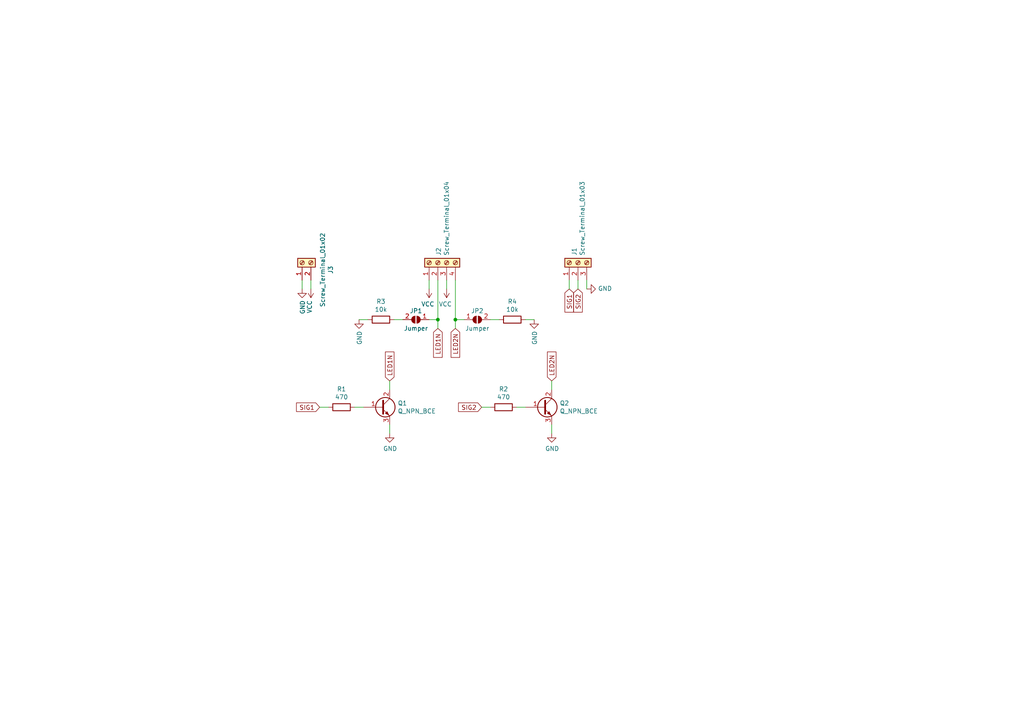
<source format=kicad_sch>
(kicad_sch (version 20211123) (generator eeschema)

  (uuid c201e1b2-fc01-4110-bdaa-a33290468c83)

  (paper "A4")

  (title_block
    (title "LED Module")
    (date "2021-08-19")
    (rev "v01")
    (comment 4 "Author: GHOSCHT")
  )

  (lib_symbols
    (symbol "Connector:Screw_Terminal_01x02" (pin_names (offset 1.016) hide) (in_bom yes) (on_board yes)
      (property "Reference" "J" (id 0) (at 0 2.54 0)
        (effects (font (size 1.27 1.27)))
      )
      (property "Value" "Screw_Terminal_01x02" (id 1) (at 0 -5.08 0)
        (effects (font (size 1.27 1.27)))
      )
      (property "Footprint" "" (id 2) (at 0 0 0)
        (effects (font (size 1.27 1.27)) hide)
      )
      (property "Datasheet" "~" (id 3) (at 0 0 0)
        (effects (font (size 1.27 1.27)) hide)
      )
      (property "ki_keywords" "screw terminal" (id 4) (at 0 0 0)
        (effects (font (size 1.27 1.27)) hide)
      )
      (property "ki_description" "Generic screw terminal, single row, 01x02, script generated (kicad-library-utils/schlib/autogen/connector/)" (id 5) (at 0 0 0)
        (effects (font (size 1.27 1.27)) hide)
      )
      (property "ki_fp_filters" "TerminalBlock*:*" (id 6) (at 0 0 0)
        (effects (font (size 1.27 1.27)) hide)
      )
      (symbol "Screw_Terminal_01x02_1_1"
        (rectangle (start -1.27 1.27) (end 1.27 -3.81)
          (stroke (width 0.254) (type default) (color 0 0 0 0))
          (fill (type background))
        )
        (circle (center 0 -2.54) (radius 0.635)
          (stroke (width 0.1524) (type default) (color 0 0 0 0))
          (fill (type none))
        )
        (polyline
          (pts
            (xy -0.5334 -2.2098)
            (xy 0.3302 -3.048)
          )
          (stroke (width 0.1524) (type default) (color 0 0 0 0))
          (fill (type none))
        )
        (polyline
          (pts
            (xy -0.5334 0.3302)
            (xy 0.3302 -0.508)
          )
          (stroke (width 0.1524) (type default) (color 0 0 0 0))
          (fill (type none))
        )
        (polyline
          (pts
            (xy -0.3556 -2.032)
            (xy 0.508 -2.8702)
          )
          (stroke (width 0.1524) (type default) (color 0 0 0 0))
          (fill (type none))
        )
        (polyline
          (pts
            (xy -0.3556 0.508)
            (xy 0.508 -0.3302)
          )
          (stroke (width 0.1524) (type default) (color 0 0 0 0))
          (fill (type none))
        )
        (circle (center 0 0) (radius 0.635)
          (stroke (width 0.1524) (type default) (color 0 0 0 0))
          (fill (type none))
        )
        (pin passive line (at -5.08 0 0) (length 3.81)
          (name "Pin_1" (effects (font (size 1.27 1.27))))
          (number "1" (effects (font (size 1.27 1.27))))
        )
        (pin passive line (at -5.08 -2.54 0) (length 3.81)
          (name "Pin_2" (effects (font (size 1.27 1.27))))
          (number "2" (effects (font (size 1.27 1.27))))
        )
      )
    )
    (symbol "Connector:Screw_Terminal_01x03" (pin_names (offset 1.016) hide) (in_bom yes) (on_board yes)
      (property "Reference" "J" (id 0) (at 0 5.08 0)
        (effects (font (size 1.27 1.27)))
      )
      (property "Value" "Screw_Terminal_01x03" (id 1) (at 0 -5.08 0)
        (effects (font (size 1.27 1.27)))
      )
      (property "Footprint" "" (id 2) (at 0 0 0)
        (effects (font (size 1.27 1.27)) hide)
      )
      (property "Datasheet" "~" (id 3) (at 0 0 0)
        (effects (font (size 1.27 1.27)) hide)
      )
      (property "ki_keywords" "screw terminal" (id 4) (at 0 0 0)
        (effects (font (size 1.27 1.27)) hide)
      )
      (property "ki_description" "Generic screw terminal, single row, 01x03, script generated (kicad-library-utils/schlib/autogen/connector/)" (id 5) (at 0 0 0)
        (effects (font (size 1.27 1.27)) hide)
      )
      (property "ki_fp_filters" "TerminalBlock*:*" (id 6) (at 0 0 0)
        (effects (font (size 1.27 1.27)) hide)
      )
      (symbol "Screw_Terminal_01x03_1_1"
        (rectangle (start -1.27 3.81) (end 1.27 -3.81)
          (stroke (width 0.254) (type default) (color 0 0 0 0))
          (fill (type background))
        )
        (circle (center 0 -2.54) (radius 0.635)
          (stroke (width 0.1524) (type default) (color 0 0 0 0))
          (fill (type none))
        )
        (polyline
          (pts
            (xy -0.5334 -2.2098)
            (xy 0.3302 -3.048)
          )
          (stroke (width 0.1524) (type default) (color 0 0 0 0))
          (fill (type none))
        )
        (polyline
          (pts
            (xy -0.5334 0.3302)
            (xy 0.3302 -0.508)
          )
          (stroke (width 0.1524) (type default) (color 0 0 0 0))
          (fill (type none))
        )
        (polyline
          (pts
            (xy -0.5334 2.8702)
            (xy 0.3302 2.032)
          )
          (stroke (width 0.1524) (type default) (color 0 0 0 0))
          (fill (type none))
        )
        (polyline
          (pts
            (xy -0.3556 -2.032)
            (xy 0.508 -2.8702)
          )
          (stroke (width 0.1524) (type default) (color 0 0 0 0))
          (fill (type none))
        )
        (polyline
          (pts
            (xy -0.3556 0.508)
            (xy 0.508 -0.3302)
          )
          (stroke (width 0.1524) (type default) (color 0 0 0 0))
          (fill (type none))
        )
        (polyline
          (pts
            (xy -0.3556 3.048)
            (xy 0.508 2.2098)
          )
          (stroke (width 0.1524) (type default) (color 0 0 0 0))
          (fill (type none))
        )
        (circle (center 0 0) (radius 0.635)
          (stroke (width 0.1524) (type default) (color 0 0 0 0))
          (fill (type none))
        )
        (circle (center 0 2.54) (radius 0.635)
          (stroke (width 0.1524) (type default) (color 0 0 0 0))
          (fill (type none))
        )
        (pin passive line (at -5.08 2.54 0) (length 3.81)
          (name "Pin_1" (effects (font (size 1.27 1.27))))
          (number "1" (effects (font (size 1.27 1.27))))
        )
        (pin passive line (at -5.08 0 0) (length 3.81)
          (name "Pin_2" (effects (font (size 1.27 1.27))))
          (number "2" (effects (font (size 1.27 1.27))))
        )
        (pin passive line (at -5.08 -2.54 0) (length 3.81)
          (name "Pin_3" (effects (font (size 1.27 1.27))))
          (number "3" (effects (font (size 1.27 1.27))))
        )
      )
    )
    (symbol "Connector:Screw_Terminal_01x04" (pin_names (offset 1.016) hide) (in_bom yes) (on_board yes)
      (property "Reference" "J" (id 0) (at 0 5.08 0)
        (effects (font (size 1.27 1.27)))
      )
      (property "Value" "Screw_Terminal_01x04" (id 1) (at 0 -7.62 0)
        (effects (font (size 1.27 1.27)))
      )
      (property "Footprint" "" (id 2) (at 0 0 0)
        (effects (font (size 1.27 1.27)) hide)
      )
      (property "Datasheet" "~" (id 3) (at 0 0 0)
        (effects (font (size 1.27 1.27)) hide)
      )
      (property "ki_keywords" "screw terminal" (id 4) (at 0 0 0)
        (effects (font (size 1.27 1.27)) hide)
      )
      (property "ki_description" "Generic screw terminal, single row, 01x04, script generated (kicad-library-utils/schlib/autogen/connector/)" (id 5) (at 0 0 0)
        (effects (font (size 1.27 1.27)) hide)
      )
      (property "ki_fp_filters" "TerminalBlock*:*" (id 6) (at 0 0 0)
        (effects (font (size 1.27 1.27)) hide)
      )
      (symbol "Screw_Terminal_01x04_1_1"
        (rectangle (start -1.27 3.81) (end 1.27 -6.35)
          (stroke (width 0.254) (type default) (color 0 0 0 0))
          (fill (type background))
        )
        (circle (center 0 -5.08) (radius 0.635)
          (stroke (width 0.1524) (type default) (color 0 0 0 0))
          (fill (type none))
        )
        (circle (center 0 -2.54) (radius 0.635)
          (stroke (width 0.1524) (type default) (color 0 0 0 0))
          (fill (type none))
        )
        (polyline
          (pts
            (xy -0.5334 -4.7498)
            (xy 0.3302 -5.588)
          )
          (stroke (width 0.1524) (type default) (color 0 0 0 0))
          (fill (type none))
        )
        (polyline
          (pts
            (xy -0.5334 -2.2098)
            (xy 0.3302 -3.048)
          )
          (stroke (width 0.1524) (type default) (color 0 0 0 0))
          (fill (type none))
        )
        (polyline
          (pts
            (xy -0.5334 0.3302)
            (xy 0.3302 -0.508)
          )
          (stroke (width 0.1524) (type default) (color 0 0 0 0))
          (fill (type none))
        )
        (polyline
          (pts
            (xy -0.5334 2.8702)
            (xy 0.3302 2.032)
          )
          (stroke (width 0.1524) (type default) (color 0 0 0 0))
          (fill (type none))
        )
        (polyline
          (pts
            (xy -0.3556 -4.572)
            (xy 0.508 -5.4102)
          )
          (stroke (width 0.1524) (type default) (color 0 0 0 0))
          (fill (type none))
        )
        (polyline
          (pts
            (xy -0.3556 -2.032)
            (xy 0.508 -2.8702)
          )
          (stroke (width 0.1524) (type default) (color 0 0 0 0))
          (fill (type none))
        )
        (polyline
          (pts
            (xy -0.3556 0.508)
            (xy 0.508 -0.3302)
          )
          (stroke (width 0.1524) (type default) (color 0 0 0 0))
          (fill (type none))
        )
        (polyline
          (pts
            (xy -0.3556 3.048)
            (xy 0.508 2.2098)
          )
          (stroke (width 0.1524) (type default) (color 0 0 0 0))
          (fill (type none))
        )
        (circle (center 0 0) (radius 0.635)
          (stroke (width 0.1524) (type default) (color 0 0 0 0))
          (fill (type none))
        )
        (circle (center 0 2.54) (radius 0.635)
          (stroke (width 0.1524) (type default) (color 0 0 0 0))
          (fill (type none))
        )
        (pin passive line (at -5.08 2.54 0) (length 3.81)
          (name "Pin_1" (effects (font (size 1.27 1.27))))
          (number "1" (effects (font (size 1.27 1.27))))
        )
        (pin passive line (at -5.08 0 0) (length 3.81)
          (name "Pin_2" (effects (font (size 1.27 1.27))))
          (number "2" (effects (font (size 1.27 1.27))))
        )
        (pin passive line (at -5.08 -2.54 0) (length 3.81)
          (name "Pin_3" (effects (font (size 1.27 1.27))))
          (number "3" (effects (font (size 1.27 1.27))))
        )
        (pin passive line (at -5.08 -5.08 0) (length 3.81)
          (name "Pin_4" (effects (font (size 1.27 1.27))))
          (number "4" (effects (font (size 1.27 1.27))))
        )
      )
    )
    (symbol "Device:Q_NPN_BCE" (pin_names (offset 0) hide) (in_bom yes) (on_board yes)
      (property "Reference" "Q" (id 0) (at 5.08 1.27 0)
        (effects (font (size 1.27 1.27)) (justify left))
      )
      (property "Value" "Q_NPN_BCE" (id 1) (at 5.08 -1.27 0)
        (effects (font (size 1.27 1.27)) (justify left))
      )
      (property "Footprint" "" (id 2) (at 5.08 2.54 0)
        (effects (font (size 1.27 1.27)) hide)
      )
      (property "Datasheet" "~" (id 3) (at 0 0 0)
        (effects (font (size 1.27 1.27)) hide)
      )
      (property "ki_keywords" "transistor NPN" (id 4) (at 0 0 0)
        (effects (font (size 1.27 1.27)) hide)
      )
      (property "ki_description" "NPN transistor, base/collector/emitter" (id 5) (at 0 0 0)
        (effects (font (size 1.27 1.27)) hide)
      )
      (symbol "Q_NPN_BCE_0_1"
        (polyline
          (pts
            (xy 0.635 0.635)
            (xy 2.54 2.54)
          )
          (stroke (width 0) (type default) (color 0 0 0 0))
          (fill (type none))
        )
        (polyline
          (pts
            (xy 0.635 -0.635)
            (xy 2.54 -2.54)
            (xy 2.54 -2.54)
          )
          (stroke (width 0) (type default) (color 0 0 0 0))
          (fill (type none))
        )
        (polyline
          (pts
            (xy 0.635 1.905)
            (xy 0.635 -1.905)
            (xy 0.635 -1.905)
          )
          (stroke (width 0.508) (type default) (color 0 0 0 0))
          (fill (type none))
        )
        (polyline
          (pts
            (xy 1.27 -1.778)
            (xy 1.778 -1.27)
            (xy 2.286 -2.286)
            (xy 1.27 -1.778)
            (xy 1.27 -1.778)
          )
          (stroke (width 0) (type default) (color 0 0 0 0))
          (fill (type outline))
        )
        (circle (center 1.27 0) (radius 2.8194)
          (stroke (width 0.254) (type default) (color 0 0 0 0))
          (fill (type none))
        )
      )
      (symbol "Q_NPN_BCE_1_1"
        (pin input line (at -5.08 0 0) (length 5.715)
          (name "B" (effects (font (size 1.27 1.27))))
          (number "1" (effects (font (size 1.27 1.27))))
        )
        (pin passive line (at 2.54 5.08 270) (length 2.54)
          (name "C" (effects (font (size 1.27 1.27))))
          (number "2" (effects (font (size 1.27 1.27))))
        )
        (pin passive line (at 2.54 -5.08 90) (length 2.54)
          (name "E" (effects (font (size 1.27 1.27))))
          (number "3" (effects (font (size 1.27 1.27))))
        )
      )
    )
    (symbol "Device:R" (pin_numbers hide) (pin_names (offset 0)) (in_bom yes) (on_board yes)
      (property "Reference" "R" (id 0) (at 2.032 0 90)
        (effects (font (size 1.27 1.27)))
      )
      (property "Value" "R" (id 1) (at 0 0 90)
        (effects (font (size 1.27 1.27)))
      )
      (property "Footprint" "" (id 2) (at -1.778 0 90)
        (effects (font (size 1.27 1.27)) hide)
      )
      (property "Datasheet" "~" (id 3) (at 0 0 0)
        (effects (font (size 1.27 1.27)) hide)
      )
      (property "ki_keywords" "R res resistor" (id 4) (at 0 0 0)
        (effects (font (size 1.27 1.27)) hide)
      )
      (property "ki_description" "Resistor" (id 5) (at 0 0 0)
        (effects (font (size 1.27 1.27)) hide)
      )
      (property "ki_fp_filters" "R_*" (id 6) (at 0 0 0)
        (effects (font (size 1.27 1.27)) hide)
      )
      (symbol "R_0_1"
        (rectangle (start -1.016 -2.54) (end 1.016 2.54)
          (stroke (width 0.254) (type default) (color 0 0 0 0))
          (fill (type none))
        )
      )
      (symbol "R_1_1"
        (pin passive line (at 0 3.81 270) (length 1.27)
          (name "~" (effects (font (size 1.27 1.27))))
          (number "1" (effects (font (size 1.27 1.27))))
        )
        (pin passive line (at 0 -3.81 90) (length 1.27)
          (name "~" (effects (font (size 1.27 1.27))))
          (number "2" (effects (font (size 1.27 1.27))))
        )
      )
    )
    (symbol "Jumper:SolderJumper_2_Open" (pin_names (offset 0) hide) (in_bom yes) (on_board yes)
      (property "Reference" "JP" (id 0) (at 0 2.032 0)
        (effects (font (size 1.27 1.27)))
      )
      (property "Value" "SolderJumper_2_Open" (id 1) (at 0 -2.54 0)
        (effects (font (size 1.27 1.27)))
      )
      (property "Footprint" "" (id 2) (at 0 0 0)
        (effects (font (size 1.27 1.27)) hide)
      )
      (property "Datasheet" "~" (id 3) (at 0 0 0)
        (effects (font (size 1.27 1.27)) hide)
      )
      (property "ki_keywords" "solder jumper SPST" (id 4) (at 0 0 0)
        (effects (font (size 1.27 1.27)) hide)
      )
      (property "ki_description" "Solder Jumper, 2-pole, open" (id 5) (at 0 0 0)
        (effects (font (size 1.27 1.27)) hide)
      )
      (property "ki_fp_filters" "SolderJumper*Open*" (id 6) (at 0 0 0)
        (effects (font (size 1.27 1.27)) hide)
      )
      (symbol "SolderJumper_2_Open_0_1"
        (arc (start -0.254 1.016) (mid -1.27 0) (end -0.254 -1.016)
          (stroke (width 0) (type default) (color 0 0 0 0))
          (fill (type none))
        )
        (arc (start -0.254 1.016) (mid -1.27 0) (end -0.254 -1.016)
          (stroke (width 0) (type default) (color 0 0 0 0))
          (fill (type outline))
        )
        (polyline
          (pts
            (xy -0.254 1.016)
            (xy -0.254 -1.016)
          )
          (stroke (width 0) (type default) (color 0 0 0 0))
          (fill (type none))
        )
        (polyline
          (pts
            (xy 0.254 1.016)
            (xy 0.254 -1.016)
          )
          (stroke (width 0) (type default) (color 0 0 0 0))
          (fill (type none))
        )
        (arc (start 0.254 -1.016) (mid 1.27 0) (end 0.254 1.016)
          (stroke (width 0) (type default) (color 0 0 0 0))
          (fill (type none))
        )
        (arc (start 0.254 -1.016) (mid 1.27 0) (end 0.254 1.016)
          (stroke (width 0) (type default) (color 0 0 0 0))
          (fill (type outline))
        )
      )
      (symbol "SolderJumper_2_Open_1_1"
        (pin passive line (at -3.81 0 0) (length 2.54)
          (name "A" (effects (font (size 1.27 1.27))))
          (number "1" (effects (font (size 1.27 1.27))))
        )
        (pin passive line (at 3.81 0 180) (length 2.54)
          (name "B" (effects (font (size 1.27 1.27))))
          (number "2" (effects (font (size 1.27 1.27))))
        )
      )
    )
    (symbol "power:GND" (power) (pin_names (offset 0)) (in_bom yes) (on_board yes)
      (property "Reference" "#PWR" (id 0) (at 0 -6.35 0)
        (effects (font (size 1.27 1.27)) hide)
      )
      (property "Value" "GND" (id 1) (at 0 -3.81 0)
        (effects (font (size 1.27 1.27)))
      )
      (property "Footprint" "" (id 2) (at 0 0 0)
        (effects (font (size 1.27 1.27)) hide)
      )
      (property "Datasheet" "" (id 3) (at 0 0 0)
        (effects (font (size 1.27 1.27)) hide)
      )
      (property "ki_keywords" "power-flag" (id 4) (at 0 0 0)
        (effects (font (size 1.27 1.27)) hide)
      )
      (property "ki_description" "Power symbol creates a global label with name \"GND\" , ground" (id 5) (at 0 0 0)
        (effects (font (size 1.27 1.27)) hide)
      )
      (symbol "GND_0_1"
        (polyline
          (pts
            (xy 0 0)
            (xy 0 -1.27)
            (xy 1.27 -1.27)
            (xy 0 -2.54)
            (xy -1.27 -1.27)
            (xy 0 -1.27)
          )
          (stroke (width 0) (type default) (color 0 0 0 0))
          (fill (type none))
        )
      )
      (symbol "GND_1_1"
        (pin power_in line (at 0 0 270) (length 0) hide
          (name "GND" (effects (font (size 1.27 1.27))))
          (number "1" (effects (font (size 1.27 1.27))))
        )
      )
    )
    (symbol "power:VCC" (power) (pin_names (offset 0)) (in_bom yes) (on_board yes)
      (property "Reference" "#PWR" (id 0) (at 0 -3.81 0)
        (effects (font (size 1.27 1.27)) hide)
      )
      (property "Value" "VCC" (id 1) (at 0 3.81 0)
        (effects (font (size 1.27 1.27)))
      )
      (property "Footprint" "" (id 2) (at 0 0 0)
        (effects (font (size 1.27 1.27)) hide)
      )
      (property "Datasheet" "" (id 3) (at 0 0 0)
        (effects (font (size 1.27 1.27)) hide)
      )
      (property "ki_keywords" "power-flag" (id 4) (at 0 0 0)
        (effects (font (size 1.27 1.27)) hide)
      )
      (property "ki_description" "Power symbol creates a global label with name \"VCC\"" (id 5) (at 0 0 0)
        (effects (font (size 1.27 1.27)) hide)
      )
      (symbol "VCC_0_1"
        (polyline
          (pts
            (xy -0.762 1.27)
            (xy 0 2.54)
          )
          (stroke (width 0) (type default) (color 0 0 0 0))
          (fill (type none))
        )
        (polyline
          (pts
            (xy 0 0)
            (xy 0 2.54)
          )
          (stroke (width 0) (type default) (color 0 0 0 0))
          (fill (type none))
        )
        (polyline
          (pts
            (xy 0 2.54)
            (xy 0.762 1.27)
          )
          (stroke (width 0) (type default) (color 0 0 0 0))
          (fill (type none))
        )
      )
      (symbol "VCC_1_1"
        (pin power_in line (at 0 0 90) (length 0) hide
          (name "VCC" (effects (font (size 1.27 1.27))))
          (number "1" (effects (font (size 1.27 1.27))))
        )
      )
    )
  )

  (junction (at 132.08 92.71) (diameter 0) (color 0 0 0 0)
    (uuid 03c52831-5dc5-43c5-a442-8d23643b46fb)
  )
  (junction (at 127 92.71) (diameter 0) (color 0 0 0 0)
    (uuid 0b21a65d-d20b-411e-920a-75c343ac5136)
  )

  (wire (pts (xy 102.87 118.11) (xy 105.41 118.11))
    (stroke (width 0) (type default) (color 0 0 0 0))
    (uuid 0d0bb7b2-a6e5-46d2-9492-a1aa6e5a7b2f)
  )
  (wire (pts (xy 127 92.71) (xy 127 95.25))
    (stroke (width 0) (type default) (color 0 0 0 0))
    (uuid 3cd1bda0-18db-417d-b581-a0c50623df68)
  )
  (wire (pts (xy 129.54 81.28) (xy 129.54 83.82))
    (stroke (width 0) (type default) (color 0 0 0 0))
    (uuid 3f5fe6b7-98fc-4d3e-9567-f9f7202d1455)
  )
  (wire (pts (xy 113.03 123.19) (xy 113.03 125.73))
    (stroke (width 0) (type default) (color 0 0 0 0))
    (uuid 54365317-1355-4216-bb75-829375abc4ec)
  )
  (wire (pts (xy 127 81.28) (xy 127 92.71))
    (stroke (width 0) (type default) (color 0 0 0 0))
    (uuid 5cbb5968-dbb5-4b84-864a-ead1cacf75b9)
  )
  (wire (pts (xy 160.02 110.49) (xy 160.02 113.03))
    (stroke (width 0) (type default) (color 0 0 0 0))
    (uuid 5fc27c35-3e1c-4f96-817c-93b5570858a6)
  )
  (wire (pts (xy 90.17 81.28) (xy 90.17 83.82))
    (stroke (width 0) (type default) (color 0 0 0 0))
    (uuid 6a45789b-3855-401f-8139-3c734f7f52f9)
  )
  (wire (pts (xy 87.63 81.28) (xy 87.63 83.82))
    (stroke (width 0) (type default) (color 0 0 0 0))
    (uuid 6c9b793c-e74d-4754-a2c0-901e73b26f1c)
  )
  (wire (pts (xy 167.64 81.28) (xy 167.64 83.82))
    (stroke (width 0) (type default) (color 0 0 0 0))
    (uuid 6e105729-aba0-497c-a99e-c32d2b3ddb6d)
  )
  (wire (pts (xy 165.1 81.28) (xy 165.1 83.82))
    (stroke (width 0) (type default) (color 0 0 0 0))
    (uuid 78cbdd6c-4878-4cc5-9a58-0e506478e37d)
  )
  (wire (pts (xy 142.24 92.71) (xy 144.78 92.71))
    (stroke (width 0) (type default) (color 0 0 0 0))
    (uuid 7aed3a71-054b-4aaa-9c0a-030523c32827)
  )
  (wire (pts (xy 114.3 92.71) (xy 116.84 92.71))
    (stroke (width 0) (type default) (color 0 0 0 0))
    (uuid 9157f4ae-0244-4ff1-9f73-3cb4cbb5f280)
  )
  (wire (pts (xy 170.18 81.28) (xy 170.18 83.82))
    (stroke (width 0) (type default) (color 0 0 0 0))
    (uuid 983c426c-24e0-4c65-ab69-1f1824adc5c6)
  )
  (wire (pts (xy 132.08 92.71) (xy 132.08 95.25))
    (stroke (width 0) (type default) (color 0 0 0 0))
    (uuid a1823eb2-fb0d-4ed8-8b96-04184ac3a9d5)
  )
  (wire (pts (xy 160.02 123.19) (xy 160.02 125.73))
    (stroke (width 0) (type default) (color 0 0 0 0))
    (uuid a3e4f0ae-9f86-49e9-b386-ed8b42e012fb)
  )
  (wire (pts (xy 92.71 118.11) (xy 95.25 118.11))
    (stroke (width 0) (type default) (color 0 0 0 0))
    (uuid a690fc6c-55d9-47e6-b533-faa4b67e20f3)
  )
  (wire (pts (xy 124.46 81.28) (xy 124.46 83.82))
    (stroke (width 0) (type default) (color 0 0 0 0))
    (uuid afb8e687-4a13-41a1-b8c0-89a749e897fe)
  )
  (wire (pts (xy 149.86 118.11) (xy 152.4 118.11))
    (stroke (width 0) (type default) (color 0 0 0 0))
    (uuid b1169a2d-8998-4b50-a48d-c520bcc1b8e1)
  )
  (wire (pts (xy 132.08 81.28) (xy 132.08 92.71))
    (stroke (width 0) (type default) (color 0 0 0 0))
    (uuid bb7f0588-d4d8-44bf-9ebf-3c533fe4d6ae)
  )
  (wire (pts (xy 104.14 92.71) (xy 106.68 92.71))
    (stroke (width 0) (type default) (color 0 0 0 0))
    (uuid bfc0aadc-38cf-466e-a642-68fdc3138c78)
  )
  (wire (pts (xy 113.03 110.49) (xy 113.03 113.03))
    (stroke (width 0) (type default) (color 0 0 0 0))
    (uuid c144caa5-b0d4-4cef-840a-d4ad178a2102)
  )
  (wire (pts (xy 152.4 92.71) (xy 154.94 92.71))
    (stroke (width 0) (type default) (color 0 0 0 0))
    (uuid d4a1d3c4-b315-4bec-9220-d12a9eab51e0)
  )
  (wire (pts (xy 132.08 92.71) (xy 134.62 92.71))
    (stroke (width 0) (type default) (color 0 0 0 0))
    (uuid d57dcfee-5058-4fc2-a68b-05f9a48f685b)
  )
  (wire (pts (xy 139.7 118.11) (xy 142.24 118.11))
    (stroke (width 0) (type default) (color 0 0 0 0))
    (uuid efeac2a2-7682-4dc7-83ee-f6f1b23da506)
  )
  (wire (pts (xy 124.46 92.71) (xy 127 92.71))
    (stroke (width 0) (type default) (color 0 0 0 0))
    (uuid fe8d9267-7834-48d6-a191-c8724b2ee78d)
  )

  (global_label "SIG2" (shape input) (at 167.64 83.82 270) (fields_autoplaced)
    (effects (font (size 1.27 1.27)) (justify right))
    (uuid 13abf99d-5265-4779-8973-e94370fd18ff)
    (property "Intersheet References" "${INTERSHEET_REFS}" (id 0) (at 0 0 0)
      (effects (font (size 1.27 1.27)) hide)
    )
  )
  (global_label "SIG1" (shape input) (at 165.1 83.82 270) (fields_autoplaced)
    (effects (font (size 1.27 1.27)) (justify right))
    (uuid 32667662-ae86-4904-b198-3e95f11851bf)
    (property "Intersheet References" "${INTERSHEET_REFS}" (id 0) (at 0 0 0)
      (effects (font (size 1.27 1.27)) hide)
    )
  )
  (global_label "LED2N" (shape input) (at 132.08 95.25 270) (fields_autoplaced)
    (effects (font (size 1.27 1.27)) (justify right))
    (uuid 62c076a3-d618-44a2-9042-9a08b3576787)
    (property "Intersheet References" "${INTERSHEET_REFS}" (id 0) (at 0 0 0)
      (effects (font (size 1.27 1.27)) hide)
    )
  )
  (global_label "LED1N" (shape input) (at 127 95.25 270) (fields_autoplaced)
    (effects (font (size 1.27 1.27)) (justify right))
    (uuid c1d83899-e380-49f9-a87d-8e78bc089ebf)
    (property "Intersheet References" "${INTERSHEET_REFS}" (id 0) (at 0 0 0)
      (effects (font (size 1.27 1.27)) hide)
    )
  )
  (global_label "SIG2" (shape input) (at 139.7 118.11 180) (fields_autoplaced)
    (effects (font (size 1.27 1.27)) (justify right))
    (uuid e8314017-7be6-4011-9179-37449a29b311)
    (property "Intersheet References" "${INTERSHEET_REFS}" (id 0) (at 0 0 0)
      (effects (font (size 1.27 1.27)) hide)
    )
  )
  (global_label "LED2N" (shape input) (at 160.02 110.49 90) (fields_autoplaced)
    (effects (font (size 1.27 1.27)) (justify left))
    (uuid eb667eea-300e-4ca7-8a6f-4b00de80cd45)
    (property "Intersheet References" "${INTERSHEET_REFS}" (id 0) (at 0 0 0)
      (effects (font (size 1.27 1.27)) hide)
    )
  )
  (global_label "LED1N" (shape input) (at 113.03 110.49 90) (fields_autoplaced)
    (effects (font (size 1.27 1.27)) (justify left))
    (uuid ef8fe2ac-6a7f-4682-9418-b801a1b10a3b)
    (property "Intersheet References" "${INTERSHEET_REFS}" (id 0) (at 0 0 0)
      (effects (font (size 1.27 1.27)) hide)
    )
  )
  (global_label "SIG1" (shape input) (at 92.71 118.11 180) (fields_autoplaced)
    (effects (font (size 1.27 1.27)) (justify right))
    (uuid f1830a1b-f0cc-47ae-a2c9-679c82032f14)
    (property "Intersheet References" "${INTERSHEET_REFS}" (id 0) (at 0 0 0)
      (effects (font (size 1.27 1.27)) hide)
    )
  )

  (symbol (lib_id "Connector:Screw_Terminal_01x03") (at 167.64 76.2 90) (unit 1)
    (in_bom yes) (on_board yes)
    (uuid 00000000-0000-0000-0000-0000611c0292)
    (property "Reference" "J1" (id 0) (at 166.5732 74.168 0)
      (effects (font (size 1.27 1.27)) (justify left))
    )
    (property "Value" "Screw_Terminal_01x03" (id 1) (at 168.8846 74.168 0)
      (effects (font (size 1.27 1.27)) (justify left))
    )
    (property "Footprint" "CUI_TB006-508-03BE:CUI_TB006-508-03BE" (id 2) (at 167.64 76.2 0)
      (effects (font (size 1.27 1.27)) hide)
    )
    (property "Datasheet" "~" (id 3) (at 167.64 76.2 0)
      (effects (font (size 1.27 1.27)) hide)
    )
    (pin "1" (uuid 6052050c-da34-43cc-9aac-59e8d7d4f686))
    (pin "2" (uuid 550980db-668a-4cd5-b944-6f8f90a64b92))
    (pin "3" (uuid 8cb3cc65-5125-4b26-8805-a87acd967839))
  )

  (symbol (lib_id "Connector:Screw_Terminal_01x04") (at 127 76.2 90) (unit 1)
    (in_bom yes) (on_board yes)
    (uuid 00000000-0000-0000-0000-0000611c148e)
    (property "Reference" "J2" (id 0) (at 127.2032 74.168 0)
      (effects (font (size 1.27 1.27)) (justify left))
    )
    (property "Value" "Screw_Terminal_01x04" (id 1) (at 129.5146 74.168 0)
      (effects (font (size 1.27 1.27)) (justify left))
    )
    (property "Footprint" "CUI_TB006-508-04BE:CUI_TB006-508-04BE" (id 2) (at 127 76.2 0)
      (effects (font (size 1.27 1.27)) hide)
    )
    (property "Datasheet" "~" (id 3) (at 127 76.2 0)
      (effects (font (size 1.27 1.27)) hide)
    )
    (pin "1" (uuid 9b25830f-8680-4123-97e4-d449d7dad230))
    (pin "2" (uuid 29035121-0aea-43d4-84c3-407eaf637115))
    (pin "3" (uuid dccb8703-1144-4687-8abe-20541329f504))
    (pin "4" (uuid 764a61a8-ef84-4cd1-ace7-508108532a81))
  )

  (symbol (lib_id "Device:Q_NPN_BCE") (at 110.49 118.11 0) (unit 1)
    (in_bom yes) (on_board yes)
    (uuid 00000000-0000-0000-0000-0000611c28df)
    (property "Reference" "Q1" (id 0) (at 115.3414 116.9416 0)
      (effects (font (size 1.27 1.27)) (justify left))
    )
    (property "Value" "Q_NPN_BCE" (id 1) (at 115.3414 119.253 0)
      (effects (font (size 1.27 1.27)) (justify left))
    )
    (property "Footprint" "Package_TO_SOT_SMD:SOT-23_Handsoldering" (id 2) (at 115.57 115.57 0)
      (effects (font (size 1.27 1.27)) hide)
    )
    (property "Datasheet" "~" (id 3) (at 110.49 118.11 0)
      (effects (font (size 1.27 1.27)) hide)
    )
    (pin "1" (uuid 49312d93-17d6-41a2-946a-c2ee8444b2f9))
    (pin "2" (uuid 90beeaca-541b-4834-a13b-1d183faac8dd))
    (pin "3" (uuid 329925c4-f7c8-4ccc-a305-38a9587a7d3d))
  )

  (symbol (lib_id "Device:Q_NPN_BCE") (at 157.48 118.11 0) (unit 1)
    (in_bom yes) (on_board yes)
    (uuid 00000000-0000-0000-0000-0000611c3b1e)
    (property "Reference" "Q2" (id 0) (at 162.3314 116.9416 0)
      (effects (font (size 1.27 1.27)) (justify left))
    )
    (property "Value" "Q_NPN_BCE" (id 1) (at 162.3314 119.253 0)
      (effects (font (size 1.27 1.27)) (justify left))
    )
    (property "Footprint" "Package_TO_SOT_SMD:SOT-23_Handsoldering" (id 2) (at 162.56 115.57 0)
      (effects (font (size 1.27 1.27)) hide)
    )
    (property "Datasheet" "~" (id 3) (at 157.48 118.11 0)
      (effects (font (size 1.27 1.27)) hide)
    )
    (pin "1" (uuid 81864310-de0f-474f-a386-3d66257a5b96))
    (pin "2" (uuid 1b393ee4-7508-4a1a-9161-edde4ff8fac8))
    (pin "3" (uuid ca9d9e66-1006-4997-931c-0d5b3447030e))
  )

  (symbol (lib_id "Connector:Screw_Terminal_01x02") (at 87.63 76.2 90) (unit 1)
    (in_bom yes) (on_board yes)
    (uuid 00000000-0000-0000-0000-0000611de627)
    (property "Reference" "J3" (id 0) (at 95.885 78.2828 0))
    (property "Value" "Screw_Terminal_01x02" (id 1) (at 93.5736 78.2828 0))
    (property "Footprint" "CUI_TB006-508-02BE:CUI_TB006-508-02BE" (id 2) (at 87.63 76.2 0)
      (effects (font (size 1.27 1.27)) hide)
    )
    (property "Datasheet" "~" (id 3) (at 87.63 76.2 0)
      (effects (font (size 1.27 1.27)) hide)
    )
    (pin "1" (uuid 81eda675-3429-4f2a-91bf-06dac2ffb0f0))
    (pin "2" (uuid 46617ce2-1265-4f59-a0fc-6e8dc47f28ac))
  )

  (symbol (lib_id "Device:R") (at 99.06 118.11 270) (unit 1)
    (in_bom yes) (on_board yes)
    (uuid 00000000-0000-0000-0000-0000611dff5b)
    (property "Reference" "R1" (id 0) (at 99.06 112.8522 90))
    (property "Value" "470" (id 1) (at 99.06 115.1636 90))
    (property "Footprint" "Resistor_SMD:R_0805_2012Metric_Pad1.20x1.40mm_HandSolder" (id 2) (at 99.06 116.332 90)
      (effects (font (size 1.27 1.27)) hide)
    )
    (property "Datasheet" "~" (id 3) (at 99.06 118.11 0)
      (effects (font (size 1.27 1.27)) hide)
    )
    (pin "1" (uuid cc895a5c-efa8-4628-844b-c7781e0d4a45))
    (pin "2" (uuid 3f1717da-c2b7-4d38-b9a5-8abd43087c9e))
  )

  (symbol (lib_id "Device:R") (at 146.05 118.11 270) (unit 1)
    (in_bom yes) (on_board yes)
    (uuid 00000000-0000-0000-0000-0000611e2082)
    (property "Reference" "R2" (id 0) (at 146.05 112.8522 90))
    (property "Value" "470" (id 1) (at 146.05 115.1636 90))
    (property "Footprint" "Resistor_SMD:R_0805_2012Metric_Pad1.20x1.40mm_HandSolder" (id 2) (at 146.05 116.332 90)
      (effects (font (size 1.27 1.27)) hide)
    )
    (property "Datasheet" "~" (id 3) (at 146.05 118.11 0)
      (effects (font (size 1.27 1.27)) hide)
    )
    (pin "1" (uuid 5a001a69-ef3d-4cc2-a216-0a8311aaf101))
    (pin "2" (uuid d3f5ae81-c099-4459-a6df-ea10a73c3923))
  )

  (symbol (lib_id "power:GND") (at 87.63 83.82 0) (unit 1)
    (in_bom yes) (on_board yes)
    (uuid 00000000-0000-0000-0000-0000611e3ce7)
    (property "Reference" "#PWR0101" (id 0) (at 87.63 90.17 0)
      (effects (font (size 1.27 1.27)) hide)
    )
    (property "Value" "GND" (id 1) (at 87.757 87.0712 90)
      (effects (font (size 1.27 1.27)) (justify right))
    )
    (property "Footprint" "" (id 2) (at 87.63 83.82 0)
      (effects (font (size 1.27 1.27)) hide)
    )
    (property "Datasheet" "" (id 3) (at 87.63 83.82 0)
      (effects (font (size 1.27 1.27)) hide)
    )
    (pin "1" (uuid 859f0b7a-b9ab-4557-9112-81e9320ce530))
  )

  (symbol (lib_id "power:VCC") (at 90.17 83.82 180) (unit 1)
    (in_bom yes) (on_board yes)
    (uuid 00000000-0000-0000-0000-0000611e53d3)
    (property "Reference" "#PWR0102" (id 0) (at 90.17 80.01 0)
      (effects (font (size 1.27 1.27)) hide)
    )
    (property "Value" "VCC" (id 1) (at 89.789 87.0712 90)
      (effects (font (size 1.27 1.27)) (justify left))
    )
    (property "Footprint" "" (id 2) (at 90.17 83.82 0)
      (effects (font (size 1.27 1.27)) hide)
    )
    (property "Datasheet" "" (id 3) (at 90.17 83.82 0)
      (effects (font (size 1.27 1.27)) hide)
    )
    (pin "1" (uuid 6d0650ff-eadf-47ba-a9de-6e2aef54e288))
  )

  (symbol (lib_id "power:GND") (at 170.18 83.82 90) (unit 1)
    (in_bom yes) (on_board yes)
    (uuid 00000000-0000-0000-0000-0000611e9c47)
    (property "Reference" "#PWR0103" (id 0) (at 176.53 83.82 0)
      (effects (font (size 1.27 1.27)) hide)
    )
    (property "Value" "GND" (id 1) (at 173.4312 83.693 90)
      (effects (font (size 1.27 1.27)) (justify right))
    )
    (property "Footprint" "" (id 2) (at 170.18 83.82 0)
      (effects (font (size 1.27 1.27)) hide)
    )
    (property "Datasheet" "" (id 3) (at 170.18 83.82 0)
      (effects (font (size 1.27 1.27)) hide)
    )
    (pin "1" (uuid 998b8d29-79e5-4f25-ad0d-34f31dd14f77))
  )

  (symbol (lib_id "power:VCC") (at 124.46 83.82 180) (unit 1)
    (in_bom yes) (on_board yes)
    (uuid 00000000-0000-0000-0000-0000611eba5e)
    (property "Reference" "#PWR0104" (id 0) (at 124.46 80.01 0)
      (effects (font (size 1.27 1.27)) hide)
    )
    (property "Value" "VCC" (id 1) (at 124.079 88.2142 0))
    (property "Footprint" "" (id 2) (at 124.46 83.82 0)
      (effects (font (size 1.27 1.27)) hide)
    )
    (property "Datasheet" "" (id 3) (at 124.46 83.82 0)
      (effects (font (size 1.27 1.27)) hide)
    )
    (pin "1" (uuid 3ddeaedb-1db1-4be3-949b-b75a174d871c))
  )

  (symbol (lib_id "power:VCC") (at 129.54 83.82 180) (unit 1)
    (in_bom yes) (on_board yes)
    (uuid 00000000-0000-0000-0000-0000611ec580)
    (property "Reference" "#PWR0105" (id 0) (at 129.54 80.01 0)
      (effects (font (size 1.27 1.27)) hide)
    )
    (property "Value" "VCC" (id 1) (at 129.159 88.2142 0))
    (property "Footprint" "" (id 2) (at 129.54 83.82 0)
      (effects (font (size 1.27 1.27)) hide)
    )
    (property "Datasheet" "" (id 3) (at 129.54 83.82 0)
      (effects (font (size 1.27 1.27)) hide)
    )
    (pin "1" (uuid d6f23471-6e15-45d1-80eb-2ace0b1a8ab5))
  )

  (symbol (lib_id "power:GND") (at 113.03 125.73 0) (unit 1)
    (in_bom yes) (on_board yes)
    (uuid 00000000-0000-0000-0000-0000611ece69)
    (property "Reference" "#PWR0106" (id 0) (at 113.03 132.08 0)
      (effects (font (size 1.27 1.27)) hide)
    )
    (property "Value" "GND" (id 1) (at 113.157 130.1242 0))
    (property "Footprint" "" (id 2) (at 113.03 125.73 0)
      (effects (font (size 1.27 1.27)) hide)
    )
    (property "Datasheet" "" (id 3) (at 113.03 125.73 0)
      (effects (font (size 1.27 1.27)) hide)
    )
    (pin "1" (uuid 48e05e7f-ba29-4099-8a52-08d8822370c0))
  )

  (symbol (lib_id "power:GND") (at 160.02 125.73 0) (unit 1)
    (in_bom yes) (on_board yes)
    (uuid 00000000-0000-0000-0000-0000611ee345)
    (property "Reference" "#PWR0107" (id 0) (at 160.02 132.08 0)
      (effects (font (size 1.27 1.27)) hide)
    )
    (property "Value" "GND" (id 1) (at 160.147 130.1242 0))
    (property "Footprint" "" (id 2) (at 160.02 125.73 0)
      (effects (font (size 1.27 1.27)) hide)
    )
    (property "Datasheet" "" (id 3) (at 160.02 125.73 0)
      (effects (font (size 1.27 1.27)) hide)
    )
    (pin "1" (uuid d19e40b8-933b-4bcd-9c80-ca23b58678e9))
  )

  (symbol (lib_id "Jumper:SolderJumper_2_Open") (at 120.65 92.71 180) (unit 1)
    (in_bom yes) (on_board yes)
    (uuid 00000000-0000-0000-0000-0000611ef295)
    (property "Reference" "JP1" (id 0) (at 120.65 90.17 0))
    (property "Value" "Jumper" (id 1) (at 120.65 95.25 0))
    (property "Footprint" "Jumper:SolderJumper-2_P1.3mm_Open_Pad1.0x1.5mm" (id 2) (at 120.65 92.71 0)
      (effects (font (size 1.27 1.27)) hide)
    )
    (property "Datasheet" "~" (id 3) (at 120.65 92.71 0)
      (effects (font (size 1.27 1.27)) hide)
    )
    (pin "1" (uuid 40e9faac-aaba-4e69-b99e-118ea36f7cd3))
    (pin "2" (uuid 5164da5b-12a4-4921-bbbb-41035f7540e3))
  )

  (symbol (lib_id "Jumper:SolderJumper_2_Open") (at 138.43 92.71 0) (unit 1)
    (in_bom yes) (on_board yes)
    (uuid 00000000-0000-0000-0000-0000611f131a)
    (property "Reference" "JP2" (id 0) (at 138.43 90.17 0))
    (property "Value" "Jumper" (id 1) (at 138.43 95.25 0))
    (property "Footprint" "Jumper:SolderJumper-2_P1.3mm_Open_Pad1.0x1.5mm" (id 2) (at 138.43 92.71 0)
      (effects (font (size 1.27 1.27)) hide)
    )
    (property "Datasheet" "~" (id 3) (at 138.43 92.71 0)
      (effects (font (size 1.27 1.27)) hide)
    )
    (pin "1" (uuid 4a7e8acf-a91c-4664-83e6-13fe5d9817eb))
    (pin "2" (uuid ea2ed992-8d05-470c-ba7f-a77f9545ad62))
  )

  (symbol (lib_id "Device:R") (at 110.49 92.71 270) (unit 1)
    (in_bom yes) (on_board yes)
    (uuid 00000000-0000-0000-0000-0000611f381a)
    (property "Reference" "R3" (id 0) (at 110.49 87.4522 90))
    (property "Value" "10k" (id 1) (at 110.49 89.7636 90))
    (property "Footprint" "Resistor_SMD:R_0805_2012Metric_Pad1.20x1.40mm_HandSolder" (id 2) (at 110.49 90.932 90)
      (effects (font (size 1.27 1.27)) hide)
    )
    (property "Datasheet" "~" (id 3) (at 110.49 92.71 0)
      (effects (font (size 1.27 1.27)) hide)
    )
    (pin "1" (uuid 0f08a8c6-11cf-4383-9f9b-5cef99d18ad8))
    (pin "2" (uuid 084e4e23-e867-49dc-b339-af0b00b88a5a))
  )

  (symbol (lib_id "Device:R") (at 148.59 92.71 270) (unit 1)
    (in_bom yes) (on_board yes)
    (uuid 00000000-0000-0000-0000-0000611f53b7)
    (property "Reference" "R4" (id 0) (at 148.59 87.4522 90))
    (property "Value" "10k" (id 1) (at 148.59 89.7636 90))
    (property "Footprint" "Resistor_SMD:R_0805_2012Metric_Pad1.20x1.40mm_HandSolder" (id 2) (at 148.59 90.932 90)
      (effects (font (size 1.27 1.27)) hide)
    )
    (property "Datasheet" "~" (id 3) (at 148.59 92.71 0)
      (effects (font (size 1.27 1.27)) hide)
    )
    (pin "1" (uuid 8a364659-d8c1-4c5d-bc2d-c60a6c5f774e))
    (pin "2" (uuid 875cc3a3-543e-493d-ace4-a0f933e2974a))
  )

  (symbol (lib_id "power:GND") (at 104.14 92.71 0) (unit 1)
    (in_bom yes) (on_board yes)
    (uuid 00000000-0000-0000-0000-0000611f6afb)
    (property "Reference" "#PWR0108" (id 0) (at 104.14 99.06 0)
      (effects (font (size 1.27 1.27)) hide)
    )
    (property "Value" "GND" (id 1) (at 104.267 95.9612 90)
      (effects (font (size 1.27 1.27)) (justify right))
    )
    (property "Footprint" "" (id 2) (at 104.14 92.71 0)
      (effects (font (size 1.27 1.27)) hide)
    )
    (property "Datasheet" "" (id 3) (at 104.14 92.71 0)
      (effects (font (size 1.27 1.27)) hide)
    )
    (pin "1" (uuid c29a7562-fbde-47c3-910d-898cda22907c))
  )

  (symbol (lib_id "power:GND") (at 154.94 92.71 0) (unit 1)
    (in_bom yes) (on_board yes)
    (uuid 00000000-0000-0000-0000-0000611f7bd4)
    (property "Reference" "#PWR0109" (id 0) (at 154.94 99.06 0)
      (effects (font (size 1.27 1.27)) hide)
    )
    (property "Value" "GND" (id 1) (at 155.067 95.9612 90)
      (effects (font (size 1.27 1.27)) (justify right))
    )
    (property "Footprint" "" (id 2) (at 154.94 92.71 0)
      (effects (font (size 1.27 1.27)) hide)
    )
    (property "Datasheet" "" (id 3) (at 154.94 92.71 0)
      (effects (font (size 1.27 1.27)) hide)
    )
    (pin "1" (uuid 1e8db400-d80f-456a-a54d-c4ec62096ce3))
  )

  (sheet_instances
    (path "/" (page "1"))
  )

  (symbol_instances
    (path "/00000000-0000-0000-0000-0000611e3ce7"
      (reference "#PWR0101") (unit 1) (value "GND") (footprint "")
    )
    (path "/00000000-0000-0000-0000-0000611e53d3"
      (reference "#PWR0102") (unit 1) (value "VCC") (footprint "")
    )
    (path "/00000000-0000-0000-0000-0000611e9c47"
      (reference "#PWR0103") (unit 1) (value "GND") (footprint "")
    )
    (path "/00000000-0000-0000-0000-0000611eba5e"
      (reference "#PWR0104") (unit 1) (value "VCC") (footprint "")
    )
    (path "/00000000-0000-0000-0000-0000611ec580"
      (reference "#PWR0105") (unit 1) (value "VCC") (footprint "")
    )
    (path "/00000000-0000-0000-0000-0000611ece69"
      (reference "#PWR0106") (unit 1) (value "GND") (footprint "")
    )
    (path "/00000000-0000-0000-0000-0000611ee345"
      (reference "#PWR0107") (unit 1) (value "GND") (footprint "")
    )
    (path "/00000000-0000-0000-0000-0000611f6afb"
      (reference "#PWR0108") (unit 1) (value "GND") (footprint "")
    )
    (path "/00000000-0000-0000-0000-0000611f7bd4"
      (reference "#PWR0109") (unit 1) (value "GND") (footprint "")
    )
    (path "/00000000-0000-0000-0000-0000611c0292"
      (reference "J1") (unit 1) (value "Screw_Terminal_01x03") (footprint "CUI_TB006-508-03BE:CUI_TB006-508-03BE")
    )
    (path "/00000000-0000-0000-0000-0000611c148e"
      (reference "J2") (unit 1) (value "Screw_Terminal_01x04") (footprint "CUI_TB006-508-04BE:CUI_TB006-508-04BE")
    )
    (path "/00000000-0000-0000-0000-0000611de627"
      (reference "J3") (unit 1) (value "Screw_Terminal_01x02") (footprint "CUI_TB006-508-02BE:CUI_TB006-508-02BE")
    )
    (path "/00000000-0000-0000-0000-0000611ef295"
      (reference "JP1") (unit 1) (value "Jumper") (footprint "Jumper:SolderJumper-2_P1.3mm_Open_Pad1.0x1.5mm")
    )
    (path "/00000000-0000-0000-0000-0000611f131a"
      (reference "JP2") (unit 1) (value "Jumper") (footprint "Jumper:SolderJumper-2_P1.3mm_Open_Pad1.0x1.5mm")
    )
    (path "/00000000-0000-0000-0000-0000611c28df"
      (reference "Q1") (unit 1) (value "Q_NPN_BCE") (footprint "Package_TO_SOT_SMD:SOT-23_Handsoldering")
    )
    (path "/00000000-0000-0000-0000-0000611c3b1e"
      (reference "Q2") (unit 1) (value "Q_NPN_BCE") (footprint "Package_TO_SOT_SMD:SOT-23_Handsoldering")
    )
    (path "/00000000-0000-0000-0000-0000611dff5b"
      (reference "R1") (unit 1) (value "470") (footprint "Resistor_SMD:R_0805_2012Metric_Pad1.20x1.40mm_HandSolder")
    )
    (path "/00000000-0000-0000-0000-0000611e2082"
      (reference "R2") (unit 1) (value "470") (footprint "Resistor_SMD:R_0805_2012Metric_Pad1.20x1.40mm_HandSolder")
    )
    (path "/00000000-0000-0000-0000-0000611f381a"
      (reference "R3") (unit 1) (value "10k") (footprint "Resistor_SMD:R_0805_2012Metric_Pad1.20x1.40mm_HandSolder")
    )
    (path "/00000000-0000-0000-0000-0000611f53b7"
      (reference "R4") (unit 1) (value "10k") (footprint "Resistor_SMD:R_0805_2012Metric_Pad1.20x1.40mm_HandSolder")
    )
  )
)

</source>
